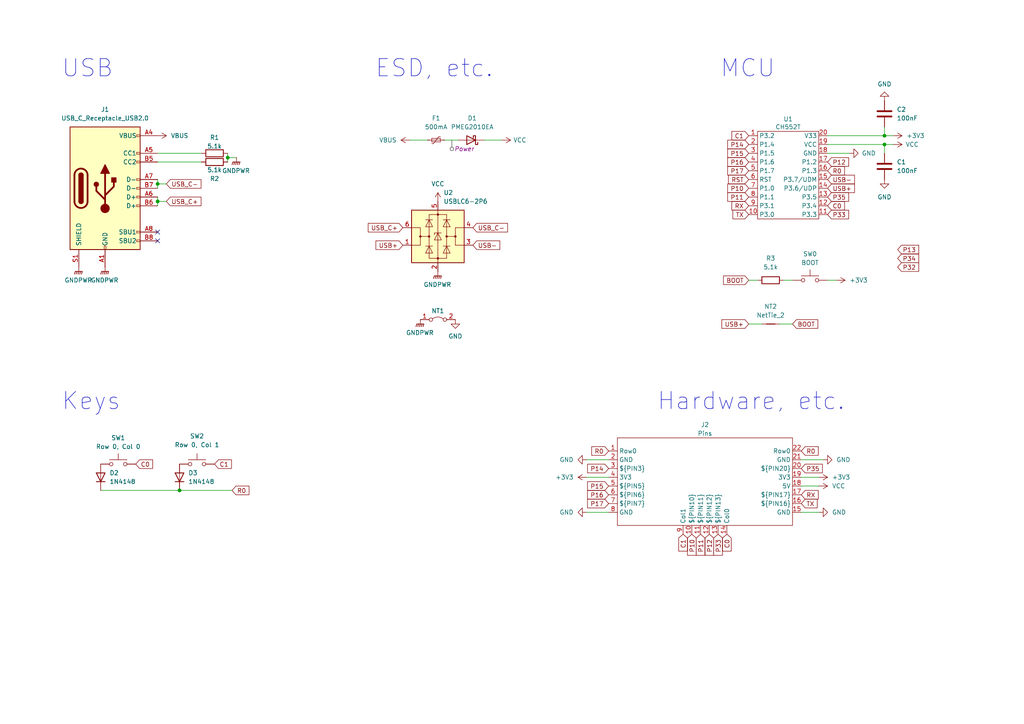
<source format=kicad_sch>
(kicad_sch (version 20231120) (generator "eeschema") (generator_version "8.0")
  (paper "A4")
  (title_block (title "ISOCHet") (date "2024-04-24") (rev "v1.0") (company "u/bgkendall"))
  (lib_symbols
    (symbol "Connector:USB_C_Receptacle_USB2.0" (pin_names (offset 1.016))
      (property "Reference" "J" (at -10.16 19.05 0))
      (property "Value" "USB_C_Receptacle_USB2.0" (at 19.05 19.05 0))
      (symbol "USB_C_Receptacle_USB2.0_0_0"
        (rectangle (start -0.254 -17.78) (end 0.254 -16.764))
        (rectangle (start 10.16 -14.986) (end 9.144 -15.494))
        (rectangle (start 10.16 -12.446) (end 9.144 -12.954))
        (rectangle (start 10.16 -4.826) (end 9.144 -5.334))
        (rectangle (start 10.16 -2.286) (end 9.144 -2.794))
        (rectangle (start 10.16 0.254) (end 9.144 -0.254))
        (rectangle (start 10.16 2.794) (end 9.144 2.286))
        (rectangle (start 10.16 7.874) (end 9.144 7.366))
        (rectangle (start 10.16 10.414) (end 9.144 9.906))
        (rectangle (start 10.16 15.494) (end 9.144 14.986))
      )
      (symbol "USB_C_Receptacle_USB2.0_0_1"
        (rectangle (start -10.16 17.78) (end 10.16 -17.78) (stroke (width 0.254)) (fill (type background)))
        (arc (start -8.89 -3.81) (mid -6.985 -5.7067) (end -5.08 -3.81) (stroke (width 0.508)))
        (arc (start -7.62 -3.81) (mid -6.985 -4.4423) (end -6.35 -3.81) (stroke (width 0.254)))
        (arc (start -7.62 -3.81) (mid -6.985 -4.4423) (end -6.35 -3.81) (stroke (width 0.254)) (fill (type outline)))
        (rectangle (start -7.62 -3.81) (end -6.35 3.81) (stroke (width 0.254)) (fill (type outline)))
        (arc (start -6.35 3.81) (mid -6.985 4.4423) (end -7.62 3.81) (stroke (width 0.254)))
        (arc (start -6.35 3.81) (mid -6.985 4.4423) (end -7.62 3.81) (stroke (width 0.254)) (fill (type outline)))
        (arc (start -5.08 3.81) (mid -6.985 5.7067) (end -8.89 3.81) (stroke (width 0.508)))
        (circle (center -2.54 1.143) (radius 0.635) (stroke (width 0.254)) (fill (type outline)))
        (circle (center 0 -5.842) (radius 1.27) (fill (type outline)))
        (polyline (pts (xy -8.89 -3.81) (xy -8.89 3.81)) (stroke (width 0.508)))
        (polyline (pts (xy -5.08 3.81) (xy -5.08 -3.81)) (stroke (width 0.508)))
        (polyline (pts (xy 0 -5.842) (xy 0 4.318)) (stroke (width 0.508)))
        (polyline (pts (xy 0 -3.302) (xy -2.54 -0.762) (xy -2.54 0.508)) (stroke (width 0.508)))
        (polyline (pts (xy 0 -2.032) (xy 2.54 0.508) (xy 2.54 1.778)) (stroke (width 0.508)))
        (polyline (pts (xy -1.27 4.318) (xy 0 6.858) (xy 1.27 4.318) (xy -1.27 4.318)) (stroke (width 0.254)) (fill (type outline)))
        (rectangle (start 1.905 1.778) (end 3.175 3.048) (stroke (width 0.254)) (fill (type outline)))
      )
      (symbol "USB_C_Receptacle_USB2.0_1_1"
        (pin passive line (at 0 -22.86 90) (length 5.08) (name "GND") (number "A1"))
        (pin passive line (at 0 -22.86 90) (length 5.08) hide (name "GND") (number "A12"))
        (pin passive line (at 15.24 15.24 180) (length 5.08) (name "VBUS") (number "A4"))
        (pin bidirectional line (at 15.24 10.16 180) (length 5.08) (name "CC1") (number "A5"))
        (pin bidirectional line (at 15.24 -2.54 180) (length 5.08) (name "D+") (number "A6"))
        (pin bidirectional line (at 15.24 2.54 180) (length 5.08) (name "D-") (number "A7"))
        (pin bidirectional line (at 15.24 -12.7 180) (length 5.08) (name "SBU1") (number "A8"))
        (pin passive line (at 15.24 15.24 180) (length 5.08) hide (name "VBUS") (number "A9"))
        (pin passive line (at 0 -22.86 90) (length 5.08) hide (name "GND") (number "B1"))
        (pin passive line (at 0 -22.86 90) (length 5.08) hide (name "GND") (number "B12"))
        (pin passive line (at 15.24 15.24 180) (length 5.08) hide (name "VBUS") (number "B4"))
        (pin bidirectional line (at 15.24 7.62 180) (length 5.08) (name "CC2") (number "B5"))
        (pin bidirectional line (at 15.24 -5.08 180) (length 5.08) (name "D+") (number "B6"))
        (pin bidirectional line (at 15.24 0 180) (length 5.08) (name "D-") (number "B7"))
        (pin bidirectional line (at 15.24 -15.24 180) (length 5.08) (name "SBU2") (number "B8"))
        (pin passive line (at 15.24 15.24 180) (length 5.08) hide (name "VBUS") (number "B9"))
        (pin passive line (at -7.62 -22.86 90) (length 5.08) (name "SHIELD") (number "S1"))
      )
    )
    (symbol "Device:C" (pin_numbers hide) (pin_names (offset 0.254))
      (property "Reference" "C" (at 0.635 2.54 0))
      (property "Value" "C" (at 0.635 -2.54 0))
      (symbol "C_0_1"
        (polyline (pts (xy -2.032 -0.762) (xy 2.032 -0.762)) (stroke (width 0.508)))
        (polyline (pts (xy -2.032 0.762) (xy 2.032 0.762)) (stroke (width 0.508)))
      )
      (symbol "C_1_1"
        (pin passive line (at 0 3.81 270) (length 2.794) (name "~") (number "1"))
        (pin passive line (at 0 -3.81 90) (length 2.794) (name "~") (number "2"))
      )
    )
    (symbol "Device:D" (pin_numbers hide) (pin_names (offset 1.016) hide)
      (property "Reference" "D" (at 0 2.54 0))
      (property "Value" "D" (at 0 -2.54 0))
      (symbol "D_0_1"
        (polyline (pts (xy -1.27 1.27) (xy -1.27 -1.27)) (stroke (width 0.254)))
        (polyline (pts (xy 1.27 0) (xy -1.27 0)))
        (polyline (pts (xy 1.27 1.27) (xy 1.27 -1.27) (xy -1.27 0) (xy 1.27 1.27)) (stroke (width 0.254)))
      )
      (symbol "D_1_1"
        (pin passive line (at -3.81 0 0) (length 2.54) (name "K") (number "1"))
        (pin passive line (at 3.81 0 180) (length 2.54) (name "A") (number "2"))
      )
    )
    (symbol "Device:D_Schottky" (pin_numbers hide) (pin_names (offset 1.016) hide)
      (property "Reference" "D" (at 0 2.54 0))
      (property "Value" "D_Schottky" (at 0 -2.54 0))
      (symbol "D_Schottky_0_1"
        (polyline (pts (xy 1.27 0) (xy -1.27 0)))
        (polyline (pts (xy 1.27 1.27) (xy 1.27 -1.27) (xy -1.27 0) (xy 1.27 1.27)) (stroke (width 0.254)))
        (polyline (pts (xy -1.905 0.635) (xy -1.905 1.27) (xy -1.27 1.27) (xy -1.27 -1.27) (xy -0.635 -1.27) (xy -0.635 -0.635)) (stroke (width 0.254)))
      )
      (symbol "D_Schottky_1_1"
        (pin passive line (at -3.81 0 0) (length 2.54) (name "K") (number "1"))
        (pin passive line (at 3.81 0 180) (length 2.54) (name "A") (number "2"))
      )
    )
    (symbol "Device:NetTie_2" (pin_numbers hide) (pin_names (offset 0) hide) (in_bom no)
      (property "Reference" "NT" (at 0 1.27 0))
      (property "Value" "NetTie_2" (at 0 -1.27 0))
      (symbol "NetTie_2_0_1"
        (polyline (pts (xy -1.27 0) (xy 1.27 0)) (stroke (width 0.254)))
      )
      (symbol "NetTie_2_1_1"
        (pin passive line (at -2.54 0 0) (length 2.54) (name "1") (number "1"))
        (pin passive line (at 2.54 0 180) (length 2.54) (name "2") (number "2"))
      )
    )
    (symbol "Device:Polyfuse_Small" (pin_numbers hide) (pin_names (offset 0))
      (property "Reference" "F" (at -1.905 0 90))
      (property "Value" "Polyfuse_Small" (at 1.905 0 90))
      (symbol "Polyfuse_Small_0_1"
        (rectangle (start -0.508 1.27) (end 0.508 -1.27))
        (polyline (pts (xy 0 2.54) (xy 0 -2.54)))
        (polyline (pts (xy -1.016 1.27) (xy -1.016 0.762) (xy 1.016 -0.762) (xy 1.016 -1.27)))
      )
      (symbol "Polyfuse_Small_1_1"
        (pin passive line (at 0 2.54 270) (length 0.635) (name "~") (number "1"))
        (pin passive line (at 0 -2.54 90) (length 0.635) (name "~") (number "2"))
      )
    )
    (symbol "Device:R" (pin_numbers hide) (pin_names (offset 0))
      (property "Reference" "R" (at 2.032 0 90))
      (property "Value" "R" (at 0 0 90))
      (symbol "R_0_1"
        (rectangle (start -1.016 -2.54) (end 1.016 2.54) (stroke (width 0.254)))
      )
      (symbol "R_1_1"
        (pin passive line (at 0 3.81 270) (length 1.27) (name "~") (number "1"))
        (pin passive line (at 0 -3.81 90) (length 1.27) (name "~") (number "2"))
      )
    )
    (symbol "Jumper:Jumper_2_Bridged" (pin_names (offset 0) hide)
      (property "Reference" "JP" (at 0 1.905 0))
      (property "Value" "Jumper_2_Bridged" (at 0 -2.54 0))
      (symbol "Jumper_2_Bridged_0_0"
        (circle (center -2.032 0) (radius 0.508))
        (circle (center 2.032 0) (radius 0.508))
      )
      (symbol "Jumper_2_Bridged_0_1"
        (arc (start 1.524 0.254) (mid 0 0.762) (end -1.524 0.254))
      )
      (symbol "Jumper_2_Bridged_1_1"
        (pin passive line (at -5.08 0 0) (length 2.54) (name "A") (number "1"))
        (pin passive line (at 5.08 0 180) (length 2.54) (name "B") (number "2"))
      )
    )
    (symbol "Power_Protection:USBLC6-2SC6" (pin_names hide)
      (property "Reference" "U" (at 2.54 8.89 0))
      (property "Value" "USBLC6-2SC6" (at 2.54 -8.89 0))
      (symbol "USBLC6-2SC6_0_1"
        (rectangle (start -7.62 -7.62) (end 7.62 7.62) (stroke (width 0.254)) (fill (type background)))
        (circle (center -5.08 0) (radius 0.254) (fill (type outline)))
        (circle (center -2.54 0) (radius 0.254) (fill (type outline)))
        (rectangle (start -2.54 6.35) (end 2.54 -6.35))
        (circle (center 0 -6.35) (radius 0.254) (fill (type outline)))
        (polyline (pts (xy -5.08 -2.54) (xy -7.62 -2.54)))
        (polyline (pts (xy -5.08 0) (xy -5.08 -2.54)))
        (polyline (pts (xy -5.08 2.54) (xy -7.62 2.54)))
        (polyline (pts (xy -1.524 -2.794) (xy -3.556 -2.794)))
        (polyline (pts (xy -1.524 4.826) (xy -3.556 4.826)))
        (polyline (pts (xy 0 -7.62) (xy 0 -6.35)))
        (polyline (pts (xy 0 -6.35) (xy 0 1.27)))
        (polyline (pts (xy 0 1.27) (xy 0 6.35)))
        (polyline (pts (xy 0 6.35) (xy 0 7.62)))
        (polyline (pts (xy 1.524 -2.794) (xy 3.556 -2.794)))
        (polyline (pts (xy 1.524 4.826) (xy 3.556 4.826)))
        (polyline (pts (xy 5.08 -2.54) (xy 7.62 -2.54)))
        (polyline (pts (xy 5.08 0) (xy 5.08 -2.54)))
        (polyline (pts (xy 5.08 2.54) (xy 7.62 2.54)))
        (polyline (pts (xy -2.54 0) (xy -5.08 0) (xy -5.08 2.54)))
        (polyline (pts (xy 2.54 0) (xy 5.08 0) (xy 5.08 2.54)))
        (polyline (pts (xy -3.556 -4.826) (xy -1.524 -4.826) (xy -2.54 -2.794) (xy -3.556 -4.826)))
        (polyline (pts (xy -3.556 2.794) (xy -1.524 2.794) (xy -2.54 4.826) (xy -3.556 2.794)))
        (polyline (pts (xy -1.016 -1.016) (xy 1.016 -1.016) (xy 0 1.016) (xy -1.016 -1.016)))
        (polyline (pts (xy 1.016 1.016) (xy 0.762 1.016) (xy -1.016 1.016) (xy -1.016 0.508)))
        (polyline (pts (xy 3.556 -4.826) (xy 1.524 -4.826) (xy 2.54 -2.794) (xy 3.556 -4.826)))
        (polyline (pts (xy 3.556 2.794) (xy 1.524 2.794) (xy 2.54 4.826) (xy 3.556 2.794)))
        (circle (center 0 6.35) (radius 0.254) (fill (type outline)))
        (circle (center 2.54 0) (radius 0.254) (fill (type outline)))
        (circle (center 5.08 0) (radius 0.254) (fill (type outline)))
      )
      (symbol "USBLC6-2SC6_1_1"
        (pin passive line (at -10.16 -2.54 0) (length 2.54) (name "I/O1") (number "1"))
        (pin passive line (at 0 -10.16 90) (length 2.54) (name "GND") (number "2"))
        (pin passive line (at 10.16 -2.54 180) (length 2.54) (name "I/O2") (number "3"))
        (pin passive line (at 10.16 2.54 180) (length 2.54) (name "I/O2") (number "4"))
        (pin passive line (at 0 10.16 270) (length 2.54) (name "VBUS") (number "5"))
        (pin passive line (at -10.16 2.54 0) (length 2.54) (name "I/O1") (number "6"))
      )
    )
    (symbol "Project Library:HandCHime" (in_bom no)
      (property "Reference" "J" (at 0 0 0))
      (symbol "HandCHime_0_1"
        (rectangle (start -25.4 12.7) (end 25.4 -12.7))
      )
      (symbol "HandCHime_1_1"
        (pin input line (at -27.94 8.89 0) (length 2.54) (name "Row0") (number "1"))
        (pin input line (at -3.81 -15.24 90) (length 2.54) (name "${PIN10}") (number "10"))
        (pin input line (at -1.27 -15.24 90) (length 2.54) (name "${PIN11}") (number "11"))
        (pin input line (at 1.27 -15.24 90) (length 2.54) (name "${PIN12}") (number "12"))
        (pin input line (at 3.81 -15.24 90) (length 2.54) (name "${PIN13}") (number "13"))
        (pin input line (at 6.35 -15.24 90) (length 2.54) (name "Col0") (number "14"))
        (pin power_out line (at 27.94 -8.89 180) (length 2.54) (name "GND") (number "15"))
        (pin input line (at 27.94 -6.35 180) (length 2.54) (name "${PIN16}") (number "16"))
        (pin input line (at 27.94 -3.81 180) (length 2.54) (name "${PIN17}") (number "17"))
        (pin power_out line (at 27.94 -1.27 180) (length 2.54) (name "5V") (number "18"))
        (pin power_out line (at 27.94 1.27 180) (length 2.54) (name "3V3") (number "19"))
        (pin power_out line (at -27.94 6.35 0) (length 2.54) (name "GND") (number "2"))
        (pin input line (at 27.94 3.81 180) (length 2.54) (name "${PIN20}") (number "20"))
        (pin power_out line (at 27.94 6.35 180) (length 2.54) (name "GND") (number "21"))
        (pin input line (at 27.94 8.89 180) (length 2.54) (name "Row0") (number "22"))
        (pin input line (at -27.94 3.81 0) (length 2.54) (name "${PIN3}") (number "3"))
        (pin power_out line (at -27.94 1.27 0) (length 2.54) (name "3V3") (number "4"))
        (pin input line (at -27.94 -1.27 0) (length 2.54) (name "${PIN5}") (number "5"))
        (pin input line (at -27.94 -3.81 0) (length 2.54) (name "${PIN6}") (number "6"))
        (pin input line (at -27.94 -6.35 0) (length 2.54) (name "${PIN7}") (number "7"))
        (pin power_out line (at -27.94 -8.89 0) (length 2.54) (name "GND") (number "8"))
        (pin input line (at -6.35 -15.24 90) (length 2.54) (name "Col1") (number "9"))
      )
    )
    (symbol "Project Library:MCU_CH552T_TSSOP-20"
      (property "Reference" "U1" (at 0.254 13.97 0))
      (property "Value" "CH552T" (at 0.254 11.43 0))
      (symbol "MCU_CH552T_TSSOP-20_0_1"
        (rectangle (start -8.89 10.16) (end 8.89 -15.24))
      )
      (symbol "MCU_CH552T_TSSOP-20_1_1"
        (pin input line (at -11.43 8.89 0) (length 2.54) (name "P3.2") (number "1"))
        (pin input line (at -11.43 -13.97 0) (length 2.54) (name "P3.0") (number "10"))
        (pin input line (at 11.43 -13.97 180) (length 2.54) (name "P3.3") (number "11"))
        (pin input line (at 11.43 -11.43 180) (length 2.54) (name "P3.4") (number "12"))
        (pin input line (at 11.43 -8.89 180) (length 2.54) (name "P3.5") (number "13"))
        (pin input line (at 11.43 -6.35 180) (length 2.54) (name "P3.6/UDP") (number "14"))
        (pin input line (at 11.43 -3.81 180) (length 2.54) (name "P3.7/UDM") (number "15"))
        (pin input line (at 11.43 -1.27 180) (length 2.54) (name "P1.3") (number "16"))
        (pin input line (at 11.43 1.27 180) (length 2.54) (name "P1.2") (number "17"))
        (pin input line (at 11.43 3.81 180) (length 2.54) (name "GND") (number "18"))
        (pin input line (at 11.43 6.35 180) (length 2.54) (name "VCC") (number "19"))
        (pin input line (at -11.43 6.35 0) (length 2.54) (name "P1.4") (number "2"))
        (pin input line (at 11.43 8.89 180) (length 2.54) (name "V33") (number "20"))
        (pin input line (at -11.43 3.81 0) (length 2.54) (name "P1.5") (number "3"))
        (pin input line (at -11.43 1.27 0) (length 2.54) (name "P1.6") (number "4"))
        (pin input line (at -11.43 -1.27 0) (length 2.54) (name "P1.7") (number "5"))
        (pin input line (at -11.43 -3.81 0) (length 2.54) (name "RST") (number "6"))
        (pin input line (at -11.43 -6.35 0) (length 2.54) (name "P1.0") (number "7"))
        (pin input line (at -11.43 -8.89 0) (length 2.54) (name "P1.1") (number "8"))
        (pin input line (at -11.43 -11.43 0) (length 2.54) (name "P3.1") (number "9"))
      )
    )
    (symbol "Switch:SW_Push" (pin_numbers hide) (pin_names (offset 1.016) hide)
      (property "Reference" "SW" (at 1.27 2.54 0))
      (property "Value" "SW_Push" (at 0 -1.524 0))
      (symbol "SW_Push_0_1"
        (circle (center -2.032 0) (radius 0.508))
        (polyline (pts (xy 0 1.27) (xy 0 3.048)))
        (polyline (pts (xy 2.54 1.27) (xy -2.54 1.27)))
        (circle (center 2.032 0) (radius 0.508))
        (pin passive line (at -5.08 0 0) (length 2.54) (name "1") (number "1"))
        (pin passive line (at 5.08 0 180) (length 2.54) (name "2") (number "2"))
      )
    )
    (symbol "power:+3V3" (power) (pin_names (offset 0))
      (property "Value" "+3V3" (at 0 3.556 0))
      (symbol "+3V3_0_1"
        (polyline (pts (xy -0.762 1.27) (xy 0 2.54)))
        (polyline (pts (xy 0 0) (xy 0 2.54)))
        (polyline (pts (xy 0 2.54) (xy 0.762 1.27)))
      )
      (symbol "+3V3_1_1"
        (pin power_in line (at 0 0 90) (length 0) hide (name "+3V3") (number "1"))
      )
    )
    (symbol "power:+5V" (power) (pin_numbers hide) (pin_names (offset 0) hide)
      (property "Value" "+5V" (at 0 3.556 0))
      (symbol "+5V_0_1"
        (polyline (pts (xy -0.762 1.27) (xy 0 2.54)))
        (polyline (pts (xy 0 0) (xy 0 2.54)))
        (polyline (pts (xy 0 2.54) (xy 0.762 1.27)))
      )
      (symbol "+5V_1_1"
        (pin power_in line (at 0 0 90) (length 0) (name "~") (number "1"))
      )
    )
    (symbol "power:GND" (power) (pin_names (offset 0))
      (property "Value" "GND" (at 0 -3.81 0))
      (symbol "GND_0_1"
        (polyline (pts (xy 0 0) (xy 0 -1.27) (xy 1.27 -1.27) (xy 0 -2.54) (xy -1.27 -1.27) (xy 0 -1.27)))
      )
      (symbol "GND_1_1"
        (pin power_in line (at 0 0 270) (length 0) hide (name "GND") (number "1"))
      )
    )
    (symbol "power:GNDPWR" (power) (pin_numbers hide) (pin_names (offset 0) hide)
      (property "Value" "GNDPWR" (at 0 -3.302 0))
      (symbol "GNDPWR_0_1"
        (polyline (pts (xy 0 -1.27) (xy 0 0)))
        (polyline (pts (xy -1.016 -1.27) (xy -1.27 -2.032) (xy -1.27 -2.032)) (stroke (width 0.2032)))
        (polyline (pts (xy -0.508 -1.27) (xy -0.762 -2.032) (xy -0.762 -2.032)) (stroke (width 0.2032)))
        (polyline (pts (xy 0 -1.27) (xy -0.254 -2.032) (xy -0.254 -2.032)) (stroke (width 0.2032)))
        (polyline (pts (xy 0.508 -1.27) (xy 0.254 -2.032) (xy 0.254 -2.032)) (stroke (width 0.2032)))
        (polyline (pts (xy 1.016 -1.27) (xy -1.016 -1.27) (xy -1.016 -1.27)) (stroke (width 0.2032)))
        (polyline (pts (xy 1.016 -1.27) (xy 0.762 -2.032) (xy 0.762 -2.032) (xy 0.762 -2.032)) (stroke (width 0.2032)))
      )
      (symbol "GNDPWR_1_1"
        (pin power_in line (at 0 0 270) (length 0) (name "~") (number "1"))
      )
    )
    (symbol "power:VBUS" (power) (pin_names (offset 0))
      (property "Value" "VBUS" (at 0 3.81 0))
      (symbol "VBUS_0_1"
        (polyline (pts (xy -0.762 1.27) (xy 0 2.54)))
        (polyline (pts (xy 0 0) (xy 0 2.54)))
        (polyline (pts (xy 0 2.54) (xy 0.762 1.27)))
      )
      (symbol "VBUS_1_1"
        (pin power_in line (at 0 0 90) (length 0) hide (name "VBUS") (number "1"))
      )
    )
    (symbol "power:VCC" (power) (pin_names (offset 0))
      (property "Value" "VCC" (at 0 3.81 0))
      (symbol "VCC_0_1"
        (polyline (pts (xy -0.762 1.27) (xy 0 2.54)))
        (polyline (pts (xy 0 0) (xy 0 2.54)))
        (polyline (pts (xy 0 2.54) (xy 0.762 1.27)))
      )
      (symbol "VCC_1_1"
        (pin power_in line (at 0 0 90) (length 0) hide (name "VCC") (number "1"))
      )
    )
  )
  (junction (at 256.54 39.37))
  (junction (at 52.07 142.24))
  (junction (at 256.54 41.91))
  (junction (at 45.72 58.42))
  (junction (at 66.04 45.72))
  (junction (at 45.72 53.34))
  (no_connect (at 45.72 69.85))
  (no_connect (at 45.72 67.31))
  (wire (pts (xy 140.462 40.64) (xy 145.542 40.64)))
  (wire (pts (xy 45.72 53.34) (xy 45.72 54.61)))
  (wire (pts (xy 58.42 44.45) (xy 45.72 44.45)))
  (wire (pts (xy 29.21 142.24) (xy 52.07 142.24)))
  (wire (pts (xy 170.18 138.43) (xy 176.53 138.43)))
  (wire (pts (xy 238.76 133.35) (xy 232.41 133.35)))
  (wire (pts (xy 45.72 52.07) (xy 45.72 53.34)))
  (wire (pts (xy 170.18 133.35) (xy 176.53 133.35)))
  (wire (pts (xy 66.04 45.72) (xy 66.04 46.99)))
  (wire (pts (xy 237.49 138.43) (xy 232.41 138.43)))
  (wire (pts (xy 48.26 58.42) (xy 45.72 58.42)))
  (wire (pts (xy 217.17 93.98) (xy 220.98 93.98)))
  (wire (pts (xy 256.54 44.45) (xy 256.54 41.91)))
  (wire (pts (xy 256.54 41.91) (xy 259.08 41.91)))
  (wire (pts (xy 217.17 81.28) (xy 219.71 81.28)))
  (wire (pts (xy 229.87 81.28) (xy 227.33 81.28)))
  (wire (pts (xy 242.57 81.28) (xy 240.03 81.28)))
  (wire (pts (xy 240.03 44.45) (xy 246.38 44.45)))
  (wire (pts (xy 240.03 39.37) (xy 256.54 39.37)))
  (wire (pts (xy 45.72 57.15) (xy 45.72 58.42)))
  (wire (pts (xy 129.032 40.64) (xy 132.842 40.64)))
  (wire (pts (xy 237.49 148.59) (xy 232.41 148.59)))
  (wire (pts (xy 240.03 41.91) (xy 256.54 41.91)))
  (wire (pts (xy 52.07 142.24) (xy 67.31 142.24)))
  (wire (pts (xy 118.872 40.64) (xy 123.952 40.64)))
  (wire (pts (xy 58.42 46.99) (xy 45.72 46.99)))
  (wire (pts (xy 68.58 45.72) (xy 66.04 45.72)))
  (wire (pts (xy 45.72 58.42) (xy 45.72 59.69)))
  (wire (pts (xy 256.54 39.37) (xy 259.08 39.37)))
  (wire (pts (xy 48.26 53.34) (xy 45.72 53.34)))
  (wire (pts (xy 256.54 36.83) (xy 256.54 39.37)))
  (wire (pts (xy 170.18 148.59) (xy 176.53 148.59)))
  (wire (pts (xy 66.04 44.45) (xy 66.04 45.72)))
  (wire (pts (xy 232.41 140.97) (xy 237.49 140.97)))
  (wire (pts (xy 226.06 93.98) (xy 229.87 93.98)))
  (text "Keys" (at 17.78 119.38 0) (effects (font (size 5 5)) (justify left bottom)))
  (text "MCU" (at 208.788 22.86 0) (effects (font (size 5 5)) (justify left bottom)))
  (text "Hardware, etc." (at 190.5 119.38 0) (effects (font (size 5 5)) (justify left bottom)))
  (text "ESD, etc." (at 108.712 22.86 0) (effects (font (size 5 5)) (justify left bottom)))
  (text "USB" (at 17.78 22.86 0) (effects (font (size 5 5)) (justify left bottom)))
  (global_label "TX" (shape input) (at 232.41 146.05 0) (property "Intersheetrefs" "${INTERSHEET_REFS}" (effects (hide yes))))
  (global_label "P17" (shape input) (at 176.53 146.05 180) (property "Intersheetrefs" "${INTERSHEET_REFS}" (effects (hide yes))))
  (global_label "USB_C-" (shape input) (at 137.16 66.04 0) (property "Intersheetrefs" "${INTERSHEET_REFS}" (effects (hide yes))))
  (global_label "P14" (shape input) (at 176.53 135.89 180) (property "Intersheetrefs" "${INTERSHEET_REFS}" (effects (hide yes))))
  (global_label "USB+" (shape input) (at 217.17 93.98 180) (property "Intersheetrefs" "${INTERSHEET_REFS}" (effects (hide yes))))
  (global_label "C0" (shape input) (at 39.37 134.62 0) (property "Intersheetrefs" "${INTERSHEET_REFS}" (effects (hide yes))))
  (global_label "P14" (shape input) (at 217.17 41.91 180) (property "Intersheetrefs" "${INTERSHEET_REFS}" (effects (hide yes))))
  (global_label "C1" (shape input) (at 62.23 134.62 0) (property "Intersheetrefs" "${INTERSHEET_REFS}" (effects (hide yes))))
  (global_label "P34" (shape input) (at 260.35 74.93 0) (property "Intersheetrefs" "${INTERSHEET_REFS}" (effects (hide yes))))
  (global_label "P10" (shape input) (at 200.66 154.94 270) (property "Intersheetrefs" "${INTERSHEET_REFS}" (effects (hide yes))))
  (global_label "USB_C+" (shape input) (at 48.26 58.42 0) (property "Intersheetrefs" "${INTERSHEET_REFS}" (effects (hide yes))))
  (global_label "P33" (shape input) (at 208.28 154.94 270) (property "Intersheetrefs" "${INTERSHEET_REFS}" (effects (hide yes))))
  (global_label "USB_C+" (shape input) (at 116.84 66.04 180) (property "Intersheetrefs" "${INTERSHEET_REFS}" (effects (hide yes))))
  (global_label "USB-" (shape input) (at 137.16 71.12 0) (property "Intersheetrefs" "${INTERSHEET_REFS}" (effects (hide yes))))
  (global_label "C0" (shape input) (at 240.03 59.69 0) (property "Intersheetrefs" "${INTERSHEET_REFS}" (effects (hide yes))))
  (global_label "TX" (shape input) (at 217.17 62.23 180) (property "Intersheetrefs" "${INTERSHEET_REFS}" (effects (hide yes))))
  (global_label "P35" (shape input) (at 232.41 135.89 0) (property "Intersheetrefs" "${INTERSHEET_REFS}" (effects (hide yes))))
  (global_label "P32" (shape input) (at 260.35 77.47 0) (property "Intersheetrefs" "${INTERSHEET_REFS}" (effects (hide yes))))
  (global_label "P15" (shape input) (at 217.17 44.45 180) (property "Intersheetrefs" "${INTERSHEET_REFS}" (effects (hide yes))))
  (global_label "C0" (shape input) (at 210.82 154.94 270) (property "Intersheetrefs" "${INTERSHEET_REFS}" (effects (hide yes))))
  (global_label "P10" (shape input) (at 217.17 54.61 180) (property "Intersheetrefs" "${INTERSHEET_REFS}" (effects (hide yes))))
  (global_label "R0" (shape input) (at 240.03 49.53 0) (property "Intersheetrefs" "${INTERSHEET_REFS}" (effects (hide yes))))
  (global_label "P17" (shape input) (at 217.17 49.53 180) (property "Intersheetrefs" "${INTERSHEET_REFS}" (effects (hide yes))))
  (global_label "P12" (shape input) (at 240.03 46.99 0) (property "Intersheetrefs" "${INTERSHEET_REFS}" (effects (hide yes))))
  (global_label "P11" (shape input) (at 217.17 57.15 180) (property "Intersheetrefs" "${INTERSHEET_REFS}" (effects (hide yes))))
  (global_label "P16" (shape input) (at 217.17 46.99 180) (property "Intersheetrefs" "${INTERSHEET_REFS}" (effects (hide yes))))
  (global_label "R0" (shape input) (at 232.41 130.81 0) (property "Intersheetrefs" "${INTERSHEET_REFS}" (effects (hide yes))))
  (global_label "RX" (shape input) (at 217.17 59.69 180) (property "Intersheetrefs" "${INTERSHEET_REFS}" (effects (hide yes))))
  (global_label "C1" (shape input) (at 217.17 39.37 180) (property "Intersheetrefs" "${INTERSHEET_REFS}" (effects (hide yes))))
  (global_label "R0" (shape input) (at 67.31 142.24 0) (property "Intersheetrefs" "${INTERSHEET_REFS}" (effects (hide yes))))
  (global_label "RX" (shape input) (at 232.41 143.51 0) (property "Intersheetrefs" "${INTERSHEET_REFS}" (effects (hide yes))))
  (global_label "USB-" (shape input) (at 240.03 52.07 0) (property "Intersheetrefs" "${INTERSHEET_REFS}" (effects (hide yes))))
  (global_label "USB_C-" (shape input) (at 48.26 53.34 0) (property "Intersheetrefs" "${INTERSHEET_REFS}" (effects (hide yes))))
  (global_label "BOOT" (shape input) (at 217.17 81.28 180) (property "Intersheetrefs" "${INTERSHEET_REFS}" (effects (hide yes))))
  (global_label "BOOT" (shape input) (at 229.87 93.98 0) (property "Intersheetrefs" "${INTERSHEET_REFS}" (effects (hide yes))))
  (global_label "P33" (shape input) (at 240.03 62.23 0) (property "Intersheetrefs" "${INTERSHEET_REFS}" (effects (hide yes))))
  (global_label "R0" (shape input) (at 176.53 130.81 180) (property "Intersheetrefs" "${INTERSHEET_REFS}" (effects (hide yes))))
  (global_label "P13" (shape input) (at 260.35 72.39 0) (property "Intersheetrefs" "${INTERSHEET_REFS}" (effects (hide yes))))
  (global_label "USB+" (shape input) (at 240.03 54.61 0) (property "Intersheetrefs" "${INTERSHEET_REFS}" (effects (hide yes))))
  (global_label "C1" (shape input) (at 198.12 154.94 270) (property "Intersheetrefs" "${INTERSHEET_REFS}" (effects (hide yes))))
  (global_label "P35" (shape input) (at 240.03 57.15 0) (property "Intersheetrefs" "${INTERSHEET_REFS}" (effects (hide yes))))
  (global_label "P16" (shape input) (at 176.53 143.51 180) (property "Intersheetrefs" "${INTERSHEET_REFS}" (effects (hide yes))))
  (global_label "P11" (shape input) (at 203.2 154.94 270) (property "Intersheetrefs" "${INTERSHEET_REFS}" (effects (hide yes))))
  (global_label "USB+" (shape input) (at 116.84 71.12 180) (property "Intersheetrefs" "${INTERSHEET_REFS}" (effects (hide yes))))
  (global_label "RST" (shape input) (at 217.17 52.07 180) (property "Intersheetrefs" "${INTERSHEET_REFS}" (effects (hide yes))))
  (global_label "P12" (shape input) (at 205.74 154.94 270) (property "Intersheetrefs" "${INTERSHEET_REFS}" (effects (hide yes))))
  (global_label "P15" (shape input) (at 176.53 140.97 180) (property "Intersheetrefs" "${INTERSHEET_REFS}" (effects (hide yes))))
  (netclass_flag "" (length 2.54) (shape round) (at 131.064 40.64 180) (property "Netclass" "Power" (at 131.7625 43.18 0) (effects (font (italic yes)) (justify left))))
  (symbol (lib_id "Device:C") (at 256.54 33.02 180) (unit 1)
    (property "Reference" "C2" (at 260.096 31.75 0) (effects (justify right)))
    (property "Value" "100nF" (at 260.096 34.29 0) (effects (justify right)))
    (property "Footprint" "Capacitor_SMD:C_0603_1608Metric" (effects (hide yes)))
    (property "LCSC" "C66501" (effects (hide yes)))
    (property "DigiKey" "1276-1005" (effects (hide yes)))
  )
  (symbol (lib_id "Device:D") (at 52.07 138.43 90) (unit 1)
    (property "Reference" "D3" (at 54.61 137.1599 90) (effects (justify right)))
    (property "Value" "1N4148" (at 54.61 139.6999 90) (effects (justify right)))
    (property "Footprint" "Diode_SMD:D_SOD-123" (effects (hide yes)))
    (property "Description" "Diode" (effects (hide yes)))
    (property "Sim.Device" "D" (effects (hide yes)))
    (property "Sim.Pins" "1=K 2=A" (effects (hide yes)))
  )
  (symbol (lib_id "power:GNDPWR") (at 68.58 45.72 0) (unit 1)
    (property "Reference" "#PWR08" (effects (hide yes)))
    (property "Value" "GNDPWR" (at 68.453 49.53 0))
    (property "Description" "Power symbol creates a global label with name \"GNDPWR\" , global ground" (effects (hide yes)))
  )
  (symbol (lib_id "Switch:SW_Push") (at 57.15 134.62 0) (mirror y) (unit 1)
    (property "Reference" "SW2" (at 57.15 126.492 0))
    (property "Value" "Row 0, Col 1" (at 57.15 129.032 0))
    (property "Footprint" "Project Library:SW_MX_1u_PlateMount" (effects (hide yes)))
  )
  (symbol (lib_id "Device:R") (at 223.52 81.28 90) (unit 1)
    (property "Reference" "R3" (at 223.52 74.93 90))
    (property "Value" "5.1k" (at 223.52 77.47 90))
    (property "Footprint" "Resistor_SMD:R_0603_1608Metric" (effects (hide yes)))
    (property "LCSC" "C25804" (effects (hide yes)))
    (property "DigiKey" "311-10.0KHR" (effects (hide yes)))
  )
  (symbol (lib_id "Device:R") (at 62.23 44.45 90) (unit 1)
    (property "Reference" "R1" (at 62.23 39.878 90))
    (property "Value" "5.1k" (at 62.23 42.418 90))
    (property "Footprint" "Resistor_SMD:R_0603_1608Metric" (effects (hide yes)))
    (property "LCSC" "C23186" (effects (hide yes)))
    (property "DigiKey" "311-5.10KHR" (effects (hide yes)))
  )
  (symbol (lib_id "power:GND") (at 132.08 92.71 0) (unit 1)
    (property "Reference" "#PWR09" (effects (hide yes)))
    (property "Value" "GND" (at 132.08 97.536 0))
  )
  (symbol (lib_id "power:GND") (at 170.18 133.35 270) (unit 1)
    (property "Reference" "#PWR020" (effects (hide yes)))
    (property "Value" "GND" (at 166.37 133.3499 90) (effects (justify right)))
  )
  (symbol (lib_id "power:+3V3") (at 237.49 138.43 270) (mirror x) (unit 1)
    (property "Reference" "#PWR011" (effects (hide yes)))
    (property "Value" "+3V3" (at 241.3 138.4299 90) (effects (justify left)))
  )
  (symbol (lib_id "power:VCC") (at 127 58.42 0) (unit 1)
    (property "Reference" "#PWR07" (effects (hide yes)))
    (property "Value" "VCC" (at 127 53.34 0))
  )
  (symbol (lib_id "Connector:USB_C_Receptacle_USB2.0") (at 30.48 54.61 0) (unit 1)
    (property "Reference" "J1" (at 30.48 31.75 0))
    (property "Value" "USB_C_Receptacle_USB2.0" (at 30.48 34.29 0))
    (property "Footprint" "Connector_USB:USB_C_Receptacle_GCT_USB4105-xx-A_16P_TopMnt_Horizontal" (effects (hide yes)))
    (property "LCSC" "C2840393" (effects (hide yes)))
    (property "DigiKey" "664-GSB1C211110DS1HR" (effects (hide yes)))
  )
  (symbol (lib_id "power:VBUS") (at 45.72 39.37 270) (unit 1)
    (property "Reference" "#PWR01" (effects (hide yes)))
    (property "Value" "VBUS" (at 49.53 39.37 90) (effects (justify left)))
  )
  (symbol (lib_id "Power_Protection:USBLC6-2SC6") (at 127 68.58 0) (unit 1)
    (property "Reference" "U2" (at 128.6511 55.88 0) (effects (justify left)))
    (property "Value" "USBLC6-2P6" (at 128.6511 58.42 0) (effects (justify left)))
    (property "Footprint" "Package_TO_SOT_SMD:SOT-23-6" (effects (hide yes)))
    (property "Datasheet" "https://www.st.com/resource/en/datasheet/usblc6-2.pdf" (effects (hide yes)))
    (property "LCSC" "C2827654" (effects (hide yes)))
    (property "DigiKey" "497-5235" (effects (hide yes)))
  )
  (symbol (lib_id "power:GND") (at 246.38 44.45 90) (unit 1)
    (property "Reference" "#PWR016" (effects (hide yes)))
    (property "Value" "GND" (at 249.936 44.45 90) (effects (justify right)))
  )
  (symbol (lib_id "power:GND") (at 170.18 148.59 270) (unit 1)
    (property "Reference" "#PWR021" (effects (hide yes)))
    (property "Value" "GND" (at 166.37 148.5899 90) (effects (justify right)))
  )
  (symbol (lib_id "power:GNDPWR") (at 30.48 77.47 0) (unit 1)
    (property "Reference" "#PWR05" (effects (hide yes)))
    (property "Value" "GNDPWR" (at 30.353 81.28 0))
    (property "Description" "Power symbol creates a global label with name \"GNDPWR\" , global ground" (effects (hide yes)))
  )
  (symbol (lib_id "power:GND") (at 256.54 52.07 0) (unit 1)
    (property "Reference" "#PWR018" (effects (hide yes)))
    (property "Value" "GND" (at 256.54 57.15 0))
  )
  (symbol (lib_id "Device:D_Schottky") (at 136.652 40.64 180) (unit 1)
    (property "Reference" "D1" (at 136.9695 34.29 0))
    (property "Value" "PMEG2010EA" (at 136.9695 36.83 0))
    (property "Footprint" "Diode_SMD:D_SOD-323" (effects (hide yes)))
    (property "LCSC" "C2837790" (effects (hide yes)))
    (property "DigiKey" "1727-4326" (effects (hide yes)))
  )
  (symbol (lib_id "Device:Polyfuse_Small") (at 126.492 40.64 90) (unit 1)
    (property "Reference" "F1" (at 126.492 34.29 90))
    (property "Value" "500mA" (at 126.492 36.83 90))
    (property "Footprint" "Fuse:Fuse_0603_1608Metric" (effects (hide yes)))
    (property "LCSC" "C210357" (effects (hide yes)))
    (property "DigiKey" "MF-FSMF050X" (effects (hide yes)))
  )
  (symbol (lib_id "Device:D") (at 29.21 138.43 90) (unit 1)
    (property "Reference" "D2" (at 31.75 137.1599 90) (effects (justify right)))
    (property "Value" "1N4148" (at 31.75 139.6999 90) (effects (justify right)))
    (property "Footprint" "Diode_SMD:D_SOD-123" (effects (hide yes)))
    (property "Description" "Diode" (effects (hide yes)))
    (property "Sim.Device" "D" (effects (hide yes)))
    (property "Sim.Pins" "1=K 2=A" (effects (hide yes)))
  )
  (symbol (lib_id "power:+3V3") (at 259.08 39.37 270) (unit 1)
    (property "Reference" "#PWR014" (effects (hide yes)))
    (property "Value" "+3V3" (at 262.89 39.37 90) (effects (justify left)))
  )
  (symbol (lib_id "power:+5V") (at 237.49 140.97 270) (mirror x) (unit 1)
    (property "Reference" "#PWR010" (effects (hide yes)))
    (property "Value" "VCC" (at 241.3 140.9699 90) (effects (justify left)))
    (property "Description" "Power symbol creates a global label with name \"+5V\"" (effects (hide yes)))
  )
  (symbol (lib_id "power:GNDPWR") (at 121.92 92.71 0) (unit 1)
    (property "Reference" "#PWR06" (effects (hide yes)))
    (property "Value" "GNDPWR" (at 121.793 96.52 0))
    (property "Description" "Power symbol creates a global label with name \"GNDPWR\" , global ground" (effects (hide yes)))
  )
  (symbol (lib_id "Switch:SW_Push") (at 234.95 81.28 0) (unit 1)
    (property "Reference" "SW0" (at 234.95 73.66 0))
    (property "Value" "BOOT" (at 234.95 76.2 0))
    (property "Footprint" "Project Library:SW_SPST_B3U-1000P" (effects (hide yes)))
    (property "LCSC" "C115351" (effects (hide yes)))
    (property "DigiKey" "4809-SKQGABE010" (effects (hide yes)))
  )
  (symbol (lib_id "Switch:SW_Push") (at 34.29 134.62 0) (mirror y) (unit 1)
    (property "Reference" "SW1" (at 34.29 127 0))
    (property "Value" "Row 0, Col 0" (at 34.29 129.54 0))
    (property "Footprint" "Project Library:SW_MX_1u_PlateMount" (effects (hide yes)))
  )
  (symbol (lib_id "power:+3V3") (at 170.18 138.43 90) (unit 1)
    (property "Reference" "#PWR017" (effects (hide yes)))
    (property "Value" "+3V3" (at 166.37 138.4299 90) (effects (justify left)))
  )
  (symbol (lib_id "power:+3V3") (at 242.57 81.28 270) (unit 1)
    (property "Reference" "#PWR013" (effects (hide yes)))
    (property "Value" "+3V3" (at 246.38 81.28 90) (effects (justify left)))
  )
  (symbol (lib_id "power:VCC") (at 145.542 40.64 270) (unit 1)
    (property "Reference" "#PWR03" (effects (hide yes)))
    (property "Value" "VCC" (at 148.844 40.64 90) (effects (justify left)))
  )
  (symbol (lib_id "power:VBUS") (at 118.872 40.64 90) (unit 1)
    (property "Reference" "#PWR02" (effects (hide yes)))
    (property "Value" "VBUS" (at 115.062 40.64 90) (effects (justify left)))
  )
  (symbol (lib_id "power:GND") (at 237.49 148.59 90) (mirror x) (unit 1)
    (property "Reference" "#PWR022" (effects (hide yes)))
    (property "Value" "GND" (at 241.3 148.5899 90) (effects (justify right)))
  )
  (symbol (lib_id "Device:NetTie_2") (at 223.52 93.98 0) (mirror y) (unit 1) (in_bom no)
    (property "Reference" "NT2" (at 223.52 88.9 0))
    (property "Value" "NetTie_2" (at 223.52 91.44 0))
    (property "Footprint" "Project Library:NetTie-2_SMD_Pad0.254mm" (effects (hide yes)))
    (property "Description" "Net tie, 2 pins" (effects (hide yes)))
  )
  (symbol (lib_id "power:VCC") (at 259.08 41.91 270) (unit 1)
    (property "Reference" "#PWR015" (effects (hide yes)))
    (property "Value" "VCC" (at 262.636 41.91 90) (effects (justify left)))
  )
  (symbol (lib_id "Project Library:HandCHime") (at 204.47 139.7 0) (unit 1) (in_bom no)
    (property "Reference" "J2" (at 204.47 123.19 0))
    (property "Value" "Pins" (at 204.47 125.73 0))
    (property "Footprint" "Project Library:HandCHime" (effects (hide yes)))
    (property "PIN3" "14" (effects (hide yes)))
    (property "PIN5" "15" (effects (hide yes)))
    (property "PIN6" "16" (effects (hide yes)))
    (property "PIN7" "17" (effects (hide yes)))
    (property "PIN10" "10" (effects (hide yes)))
    (property "PIN11" "11" (effects (hide yes)))
    (property "PIN12" "12" (effects (hide yes)))
    (property "PIN13" "33" (effects (hide yes)))
    (property "PIN16" "30(TX)" (effects (hide yes)))
    (property "PIN17" "31(RX)" (effects (hide yes)))
    (property "PIN20" "35" (effects (hide yes)))
  )
  (symbol (lib_id "Jumper:Jumper_2_Bridged") (at 127 92.71 0) (unit 1)
    (property "Reference" "NT1" (at 127 90.17 0))
    (property "Value" "Mounting Hole/Isolated Ground Jumper" (effects (hide yes)))
    (property "Footprint" "NetTie:NetTie-2_SMD_Pad0.5mm" (effects (hide yes)))
  )
  (symbol (lib_id "power:GND") (at 256.54 29.21 180) (unit 1)
    (property "Reference" "#PWR012" (effects (hide yes)))
    (property "Value" "GND" (at 256.54 24.384 0))
  )
  (symbol (lib_id "power:GNDPWR") (at 22.86 77.47 0) (unit 1)
    (property "Reference" "#PWR04" (effects (hide yes)))
    (property "Value" "GNDPWR" (at 22.733 81.28 0))
    (property "Description" "Power symbol creates a global label with name \"GNDPWR\" , global ground" (effects (hide yes)))
  )
  (symbol (lib_id "Device:R") (at 62.23 46.99 90) (mirror x) (unit 1)
    (property "Reference" "R2" (at 62.23 51.816 90))
    (property "Value" "5.1k" (at 62.23 49.276 90))
    (property "Footprint" "Resistor_SMD:R_0603_1608Metric" (effects (hide yes)))
    (property "LCSC" "C23186" (effects (hide yes)))
    (property "DigiKey" "311-5.10KHR" (effects (hide yes)))
  )
  (symbol (lib_id "power:GND") (at 238.76 133.35 90) (mirror x) (unit 1)
    (property "Reference" "#PWR023" (effects (hide yes)))
    (property "Value" "GND" (at 242.57 133.3499 90) (effects (justify right)))
  )
  (symbol (lib_id "power:GNDPWR") (at 127 78.74 0) (unit 1)
    (property "Reference" "#PWR019" (effects (hide yes)))
    (property "Value" "GNDPWR" (at 126.873 82.55 0))
    (property "Description" "Power symbol creates a global label with name \"GNDPWR\" , global ground" (effects (hide yes)))
  )
  (symbol (lib_id "Project Library:MCU_CH552T_TSSOP-20") (at 228.6 48.26 0) (unit 1)
    (property "Reference" "U1" (at 228.6 34.544 0))
    (property "Value" "CH552T" (at 228.6 36.83 0))
    (property "Footprint" "Package_SO:TSSOP-20_4.4x6.5mm_P0.65mm" (effects (hide yes)))
    (property "Datasheet" "https://www.wch-ic.com/downloads/file/309.html" (effects (hide yes)))
    (property "LCSC" "C111367" (effects (hide yes)))
    (property "DigiKey" "n/a" (effects (hide yes)))
  )
  (symbol (lib_id "Device:C") (at 256.54 48.26 0) (unit 1)
    (property "Reference" "C1" (at 260.096 46.99 0) (effects (justify left)))
    (property "Value" "100nF" (at 260.096 49.53 0) (effects (justify left)))
    (property "Footprint" "Capacitor_SMD:C_0603_1608Metric" (effects (hide yes)))
    (property "LCSC" "C66501" (effects (hide yes)))
    (property "DigiKey" "1276-1005" (effects (hide yes)))
  )
)
</source>
